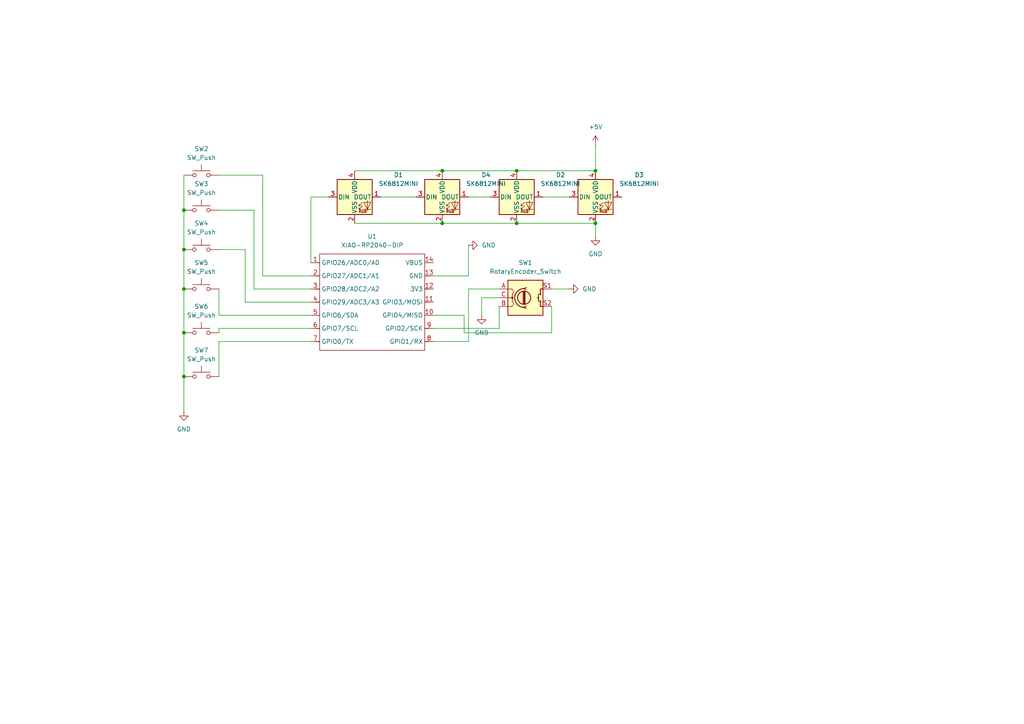
<source format=kicad_sch>
(kicad_sch (version 20250114) (generator "eeschema") (generator_version "9.0")
  (paper "A4")
  (lib_symbols
    (symbol "Device:RotaryEncoder_Switch" (pin_names (offset 0.254) (hide yes))
      (property "Reference" "SW" (at 0 6.604 0))
      (property "Value" "RotaryEncoder_Switch" (at 0 -6.604 0))
      (symbol "RotaryEncoder_Switch_0_1"
        (rectangle (start -5.08 5.08) (end 5.08 -5.08) (stroke (width 0.254)) (fill (type background)))
        (polyline (pts (xy -5.08 2.54) (xy -3.81 2.54) (xy -3.81 2.032)))
        (polyline (pts (xy -5.08 0) (xy -3.81 0) (xy -3.81 -1.016) (xy -3.302 -2.032)))
        (polyline (pts (xy -5.08 -2.54) (xy -3.81 -2.54) (xy -3.81 -2.032)))
        (polyline (pts (xy -4.318 0) (xy -3.81 0) (xy -3.81 1.016) (xy -3.302 2.032)))
        (circle (center -3.81 0) (radius 0.254) (fill (type outline)))
        (polyline (pts (xy -0.635 -1.778) (xy -0.635 1.778)) (stroke (width 0.254)))
        (circle (center -0.381 0) (radius 1.905) (stroke (width 0.254)))
        (polyline (pts (xy -0.381 -1.778) (xy -0.381 1.778)) (stroke (width 0.254)))
        (arc (start -0.381 -2.794) (mid -3.0988 -0.0635) (end -0.381 2.667) (stroke (width 0.254)))
        (polyline (pts (xy -0.127 1.778) (xy -0.127 -1.778)) (stroke (width 0.254)))
        (polyline (pts (xy 0.254 2.921) (xy -0.508 2.667) (xy 0.127 2.286)) (stroke (width 0.254)))
        (polyline (pts (xy 0.254 -3.048) (xy -0.508 -2.794) (xy 0.127 -2.413)) (stroke (width 0.254)))
        (polyline (pts (xy 3.81 1.016) (xy 3.81 -1.016)) (stroke (width 0.254)))
        (polyline (pts (xy 3.81 0) (xy 3.429 0)) (stroke (width 0.254)))
        (circle (center 4.318 1.016) (radius 0.127) (stroke (width 0.254)))
        (circle (center 4.318 -1.016) (radius 0.127) (stroke (width 0.254)))
        (polyline (pts (xy 5.08 2.54) (xy 4.318 2.54) (xy 4.318 1.016)) (stroke (width 0.254)))
        (polyline (pts (xy 5.08 -2.54) (xy 4.318 -2.54) (xy 4.318 -1.016)) (stroke (width 0.254)))
      )
      (symbol "RotaryEncoder_Switch_1_1"
        (pin passive line (at -7.62 2.54 0) (length 2.54) (name "A") (number "A"))
        (pin passive line (at -7.62 0 0) (length 2.54) (name "C") (number "C"))
        (pin passive line (at -7.62 -2.54 0) (length 2.54) (name "B") (number "B"))
        (pin passive line (at 7.62 2.54 180) (length 2.54) (name "S1") (number "S1"))
        (pin passive line (at 7.62 -2.54 180) (length 2.54) (name "S2") (number "S2"))
      )
    )
    (symbol "LED:SK6812MINI" (pin_names (offset 0.254))
      (property "Reference" "D" (at 5.08 5.715 0))
      (property "Value" "SK6812MINI" (at 1.27 -5.715 0))
      (symbol "SK6812MINI_0_0"
        (text "RGB" (at 2.286 -4.191 0) (effects (font (size 0.762 0.762))))
      )
      (symbol "SK6812MINI_0_1"
        (polyline (pts (xy 1.27 -2.54) (xy 1.778 -2.54)))
        (polyline (pts (xy 1.27 -3.556) (xy 1.778 -3.556)))
        (polyline (pts (xy 2.286 -1.524) (xy 1.27 -2.54) (xy 1.27 -2.032)))
        (polyline (pts (xy 2.286 -2.54) (xy 1.27 -3.556) (xy 1.27 -3.048)))
        (polyline (pts (xy 3.683 -1.016) (xy 3.683 -3.556) (xy 3.683 -4.064)))
        (polyline (pts (xy 4.699 -1.524) (xy 2.667 -1.524) (xy 3.683 -3.556) (xy 4.699 -1.524)))
        (polyline (pts (xy 4.699 -3.556) (xy 2.667 -3.556)))
        (rectangle (start 5.08 5.08) (end -5.08 -5.08) (stroke (width 0.254)) (fill (type background)))
      )
      (symbol "SK6812MINI_1_1"
        (pin input line (at -7.62 0 0) (length 2.54) (name "DIN") (number "3"))
        (pin power_in line (at 0 7.62 270) (length 2.54) (name "VDD") (number "4"))
        (pin power_in line (at 0 -7.62 90) (length 2.54) (name "VSS") (number "2"))
        (pin output line (at 7.62 0 180) (length 2.54) (name "DOUT") (number "1"))
      )
    )
    (symbol "OPL:XIAO-RP2040-DIP"
      (property "Reference" "U" (at 0 0 0))
      (property "Value" "XIAO-RP2040-DIP" (at 5.334 -1.778 0))
      (symbol "XIAO-RP2040-DIP_1_0"
        (polyline (pts (xy -1.27 -2.54) (xy 29.21 -2.54)) (stroke (width 0.1524)))
        (polyline (pts (xy -1.27 -5.08) (xy -2.54 -5.08)) (stroke (width 0.1524)))
        (polyline (pts (xy -1.27 -5.08) (xy -1.27 -2.54)) (stroke (width 0.1524)))
        (polyline (pts (xy -1.27 -8.89) (xy -2.54 -8.89)) (stroke (width 0.1524)))
        (polyline (pts (xy -1.27 -8.89) (xy -1.27 -5.08)) (stroke (width 0.1524)))
        (polyline (pts (xy -1.27 -12.7) (xy -2.54 -12.7)) (stroke (width 0.1524)))
        (polyline (pts (xy -1.27 -12.7) (xy -1.27 -8.89)) (stroke (width 0.1524)))
        (polyline (pts (xy -1.27 -16.51) (xy -2.54 -16.51)) (stroke (width 0.1524)))
        (polyline (pts (xy -1.27 -16.51) (xy -1.27 -12.7)) (stroke (width 0.1524)))
        (polyline (pts (xy -1.27 -20.32) (xy -2.54 -20.32)) (stroke (width 0.1524)))
        (polyline (pts (xy -1.27 -24.13) (xy -2.54 -24.13)) (stroke (width 0.1524)))
        (polyline (pts (xy -1.27 -27.94) (xy -2.54 -27.94)) (stroke (width 0.1524)))
        (polyline (pts (xy -1.27 -30.48) (xy -1.27 -16.51)) (stroke (width 0.1524)))
        (polyline (pts (xy 29.21 -2.54) (xy 29.21 -5.08)) (stroke (width 0.1524)))
        (polyline (pts (xy 29.21 -5.08) (xy 29.21 -8.89)) (stroke (width 0.1524)))
        (polyline (pts (xy 29.21 -8.89) (xy 29.21 -12.7)) (stroke (width 0.1524)))
        (polyline (pts (xy 29.21 -12.7) (xy 29.21 -30.48)) (stroke (width 0.1524)))
        (polyline (pts (xy 29.21 -30.48) (xy -1.27 -30.48)) (stroke (width 0.1524)))
        (polyline (pts (xy 30.48 -5.08) (xy 29.21 -5.08)) (stroke (width 0.1524)))
        (polyline (pts (xy 30.48 -8.89) (xy 29.21 -8.89)) (stroke (width 0.1524)))
        (polyline (pts (xy 30.48 -12.7) (xy 29.21 -12.7)) (stroke (width 0.1524)))
        (polyline (pts (xy 30.48 -16.51) (xy 29.21 -16.51)) (stroke (width 0.1524)))
        (polyline (pts (xy 30.48 -20.32) (xy 29.21 -20.32)) (stroke (width 0.1524)))
        (polyline (pts (xy 30.48 -24.13) (xy 29.21 -24.13)) (stroke (width 0.1524)))
        (polyline (pts (xy 30.48 -27.94) (xy 29.21 -27.94)) (stroke (width 0.1524)))
        (pin passive line (at -3.81 -5.08 0) (length 2.54) (name "GPIO26/ADC0/A0") (number "1"))
        (pin passive line (at -3.81 -8.89 0) (length 2.54) (name "GPIO27/ADC1/A1") (number "2"))
        (pin passive line (at -3.81 -12.7 0) (length 2.54) (name "GPIO28/ADC2/A2") (number "3"))
        (pin passive line (at -3.81 -16.51 0) (length 2.54) (name "GPIO29/ADC3/A3") (number "4"))
        (pin passive line (at -3.81 -20.32 0) (length 2.54) (name "GPIO6/SDA") (number "5"))
        (pin passive line (at -3.81 -24.13 0) (length 2.54) (name "GPIO7/SCL") (number "6"))
        (pin passive line (at -3.81 -27.94 0) (length 2.54) (name "GPIO0/TX") (number "7"))
        (pin passive line (at 31.75 -5.08 180) (length 2.54) (name "VBUS") (number "14"))
        (pin passive line (at 31.75 -8.89 180) (length 2.54) (name "GND") (number "13"))
        (pin passive line (at 31.75 -12.7 180) (length 2.54) (name "3V3") (number "12"))
        (pin passive line (at 31.75 -16.51 180) (length 2.54) (name "GPIO3/MOSI") (number "11"))
        (pin passive line (at 31.75 -20.32 180) (length 2.54) (name "GPIO4/MISO") (number "10"))
        (pin passive line (at 31.75 -24.13 180) (length 2.54) (name "GPIO2/SCK") (number "9"))
        (pin passive line (at 31.75 -27.94 180) (length 2.54) (name "GPIO1/RX") (number "8"))
      )
    )
    (symbol "Switch:SW_Push" (pin_numbers (hide yes)) (pin_names (offset 1.016) (hide yes))
      (property "Reference" "SW" (at 1.27 2.54 0))
      (property "Value" "SW_Push" (at 0 -1.524 0))
      (symbol "SW_Push_0_1"
        (circle (center -2.032 0) (radius 0.508))
        (polyline (pts (xy 0 1.27) (xy 0 3.048)))
        (circle (center 2.032 0) (radius 0.508))
        (polyline (pts (xy 2.54 1.27) (xy -2.54 1.27)))
        (pin passive line (at -5.08 0 0) (length 2.54) (name "1") (number "1"))
        (pin passive line (at 5.08 0 180) (length 2.54) (name "2") (number "2"))
      )
    )
    (symbol "power:+5V" (power) (pin_numbers (hide yes)) (pin_names (offset 0) (hide yes))
      (property "Value" "+5V" (at 0 3.556 0))
      (symbol "+5V_0_1"
        (polyline (pts (xy -0.762 1.27) (xy 0 2.54)))
        (polyline (pts (xy 0 2.54) (xy 0.762 1.27)))
        (polyline (pts (xy 0 0) (xy 0 2.54)))
      )
      (symbol "+5V_1_1"
        (pin power_in line (at 0 0 90) (length 0) (name "~") (number "1"))
      )
    )
    (symbol "power:GND" (power) (pin_numbers (hide yes)) (pin_names (offset 0) (hide yes))
      (property "Value" "GND" (at 0 -3.81 0))
      (symbol "GND_0_1"
        (polyline (pts (xy 0 0) (xy 0 -1.27) (xy 1.27 -1.27) (xy 0 -2.54) (xy -1.27 -1.27) (xy 0 -1.27)))
      )
      (symbol "GND_1_1"
        (pin power_in line (at 0 0 270) (length 0) (name "~") (number "1"))
      )
    )
  )
  (junction (at 128.27 64.77))
  (junction (at 53.34 60.96))
  (junction (at 53.34 72.39))
  (junction (at 172.72 49.53))
  (junction (at 172.72 64.77))
  (junction (at 53.34 96.52))
  (junction (at 128.27 49.53))
  (junction (at 149.86 49.53))
  (junction (at 149.86 64.77))
  (junction (at 53.34 83.82))
  (junction (at 53.34 109.22))
  (wire (pts (xy 63.5 95.25) (xy 63.5 96.52)))
  (wire (pts (xy 53.34 83.82) (xy 53.34 96.52)))
  (wire (pts (xy 53.34 72.39) (xy 53.34 83.82)))
  (wire (pts (xy 90.17 57.15) (xy 95.25 57.15)))
  (wire (pts (xy 90.17 99.06) (xy 63.5 99.06)))
  (wire (pts (xy 53.34 50.8) (xy 53.34 60.96)))
  (wire (pts (xy 53.34 60.96) (xy 53.34 72.39)))
  (wire (pts (xy 90.17 87.63) (xy 71.12 87.63)))
  (wire (pts (xy 90.17 91.44) (xy 63.5 91.44)))
  (wire (pts (xy 125.73 91.44) (xy 134.62 91.44)))
  (wire (pts (xy 135.89 83.82) (xy 144.78 83.82)))
  (wire (pts (xy 53.34 109.22) (xy 53.34 119.38)))
  (wire (pts (xy 172.72 41.91) (xy 172.72 49.53)))
  (wire (pts (xy 90.17 80.01) (xy 76.2 80.01)))
  (wire (pts (xy 110.49 57.15) (xy 120.65 57.15)))
  (wire (pts (xy 76.2 80.01) (xy 76.2 50.8)))
  (wire (pts (xy 135.89 57.15) (xy 142.24 57.15)))
  (wire (pts (xy 90.17 76.2) (xy 90.17 57.15)))
  (wire (pts (xy 157.48 57.15) (xy 165.1 57.15)))
  (wire (pts (xy 160.02 83.82) (xy 165.1 83.82)))
  (wire (pts (xy 134.62 96.52) (xy 160.02 96.52)))
  (wire (pts (xy 128.27 49.53) (xy 149.86 49.53)))
  (wire (pts (xy 160.02 96.52) (xy 160.02 88.9)))
  (wire (pts (xy 102.87 64.77) (xy 128.27 64.77)))
  (wire (pts (xy 76.2 50.8) (xy 63.5 50.8)))
  (wire (pts (xy 53.34 96.52) (xy 53.34 109.22)))
  (wire (pts (xy 90.17 95.25) (xy 63.5 95.25)))
  (wire (pts (xy 139.7 86.36) (xy 139.7 91.44)))
  (wire (pts (xy 172.72 64.77) (xy 172.72 68.58)))
  (wire (pts (xy 135.89 99.06) (xy 135.89 83.82)))
  (wire (pts (xy 125.73 95.25) (xy 144.78 95.25)))
  (wire (pts (xy 149.86 64.77) (xy 172.72 64.77)))
  (wire (pts (xy 144.78 95.25) (xy 144.78 88.9)))
  (wire (pts (xy 125.73 99.06) (xy 135.89 99.06)))
  (wire (pts (xy 90.17 83.82) (xy 73.66 83.82)))
  (wire (pts (xy 134.62 91.44) (xy 134.62 96.52)))
  (wire (pts (xy 63.5 99.06) (xy 63.5 109.22)))
  (wire (pts (xy 63.5 91.44) (xy 63.5 83.82)))
  (wire (pts (xy 128.27 64.77) (xy 149.86 64.77)))
  (wire (pts (xy 125.73 80.01) (xy 135.89 80.01)))
  (wire (pts (xy 73.66 83.82) (xy 73.66 60.96)))
  (wire (pts (xy 149.86 49.53) (xy 172.72 49.53)))
  (wire (pts (xy 135.89 80.01) (xy 135.89 71.12)))
  (wire (pts (xy 102.87 49.53) (xy 128.27 49.53)))
  (wire (pts (xy 71.12 87.63) (xy 71.12 72.39)))
  (wire (pts (xy 71.12 72.39) (xy 63.5 72.39)))
  (wire (pts (xy 73.66 60.96) (xy 63.5 60.96)))
  (wire (pts (xy 144.78 86.36) (xy 139.7 86.36)))
  (symbol (lib_id "Switch:SW_Push") (at 58.42 72.39 0) (unit 1)
    (property "Reference" "SW4" (at 58.42 64.77 0))
    (property "Value" "SW_Push" (at 58.42 67.31 0))
    (property "Footprint" "Button_Switch_Keyboard:SW_Cherry_MX_1.00u_PCB" (effects (hide yes)))
    (property "Description" "Push button switch, generic, two pins" (effects (hide yes)))
  )
  (symbol (lib_id "LED:SK6812MINI") (at 102.87 57.15 0) (unit 1)
    (property "Reference" "D1" (at 115.57 50.7298 0))
    (property "Value" "SK6812MINI" (at 115.57 53.2698 0))
    (property "Footprint" "LED_SMD:LED_SK6812MINI_PLCC4_3.5x3.5mm_P1.75mm" (effects (hide yes)))
    (property "Datasheet" "https://cdn-shop.adafruit.com/product-files/2686/SK6812MINI_REV.01-1-2.pdf" (effects (hide yes)))
    (property "Description" "RGB LED with integrated controller" (effects (hide yes)))
  )
  (symbol (lib_id "Device:RotaryEncoder_Switch") (at 152.4 86.36 0) (unit 1)
    (property "Reference" "SW1" (at 152.4 76.2 0))
    (property "Value" "RotaryEncoder_Switch" (at 152.4 78.74 0))
    (property "Footprint" "Rotary_Encoder:RotaryEncoder_Alps_EC11E-Switch_Vertical_H20mm" (effects (hide yes)))
    (property "Description" "Rotary encoder, dual channel, incremental quadrate outputs, with switch" (effects (hide yes)))
  )
  (symbol (lib_id "power:GND") (at 165.1 83.82 90) (unit 1)
    (property "Reference" "#PWR01" (effects (hide yes)))
    (property "Value" "GND" (at 168.91 83.8199 90) (effects (justify right)))
    (property "Description" "Power symbol creates a global label with name \"GND\" , ground" (effects (hide yes)))
  )
  (symbol (lib_id "Switch:SW_Push") (at 58.42 83.82 0) (unit 1)
    (property "Reference" "SW5" (at 58.42 76.2 0))
    (property "Value" "SW_Push" (at 58.42 78.74 0))
    (property "Footprint" "Button_Switch_Keyboard:SW_Cherry_MX_1.00u_PCB" (effects (hide yes)))
    (property "Description" "Push button switch, generic, two pins" (effects (hide yes)))
  )
  (symbol (lib_id "OPL:XIAO-RP2040-DIP") (at 93.98 71.12 0) (unit 1)
    (property "Reference" "U1" (at 107.95 68.58 0))
    (property "Value" "XIAO-RP2040-DIP" (at 107.95 71.12 0))
    (property "Footprint" "OPL:XIAO-RP2040-DIP" (effects (hide yes)))
  )
  (symbol (lib_id "Switch:SW_Push") (at 58.42 60.96 0) (unit 1)
    (property "Reference" "SW3" (at 58.42 53.34 0))
    (property "Value" "SW_Push" (at 58.42 55.88 0))
    (property "Footprint" "Button_Switch_Keyboard:SW_Cherry_MX_1.00u_PCB" (effects (hide yes)))
    (property "Description" "Push button switch, generic, two pins" (effects (hide yes)))
  )
  (symbol (lib_id "power:GND") (at 139.7 91.44 0) (unit 1)
    (property "Reference" "#PWR02" (effects (hide yes)))
    (property "Value" "GND" (at 139.7 96.52 0))
    (property "Description" "Power symbol creates a global label with name \"GND\" , ground" (effects (hide yes)))
  )
  (symbol (lib_id "power:GND") (at 172.72 68.58 0) (unit 1)
    (property "Reference" "#PWR06" (effects (hide yes)))
    (property "Value" "GND" (at 172.72 73.66 0))
    (property "Description" "Power symbol creates a global label with name \"GND\" , ground" (effects (hide yes)))
  )
  (symbol (lib_id "Switch:SW_Push") (at 58.42 109.22 0) (unit 1)
    (property "Reference" "SW7" (at 58.42 101.6 0))
    (property "Value" "SW_Push" (at 58.42 104.14 0))
    (property "Footprint" "Button_Switch_Keyboard:SW_Cherry_MX_1.00u_PCB" (effects (hide yes)))
    (property "Description" "Push button switch, generic, two pins" (effects (hide yes)))
  )
  (symbol (lib_id "Switch:SW_Push") (at 58.42 50.8 0) (unit 1)
    (property "Reference" "SW2" (at 58.42 43.18 0))
    (property "Value" "SW_Push" (at 58.42 45.72 0))
    (property "Footprint" "Button_Switch_Keyboard:SW_Cherry_MX_1.00u_PCB" (effects (hide yes)))
    (property "Description" "Push button switch, generic, two pins" (effects (hide yes)))
  )
  (symbol (lib_id "power:GND") (at 53.34 119.38 0) (unit 1)
    (property "Reference" "#PWR04" (effects (hide yes)))
    (property "Value" "GND" (at 53.34 124.46 0))
    (property "Description" "Power symbol creates a global label with name \"GND\" , ground" (effects (hide yes)))
  )
  (symbol (lib_id "LED:SK6812MINI") (at 128.27 57.15 0) (unit 1)
    (property "Reference" "D4" (at 140.97 50.7298 0))
    (property "Value" "SK6812MINI" (at 140.97 53.2698 0))
    (property "Footprint" "LED_SMD:LED_SK6812MINI_PLCC4_3.5x3.5mm_P1.75mm" (effects (hide yes)))
    (property "Datasheet" "https://cdn-shop.adafruit.com/product-files/2686/SK6812MINI_REV.01-1-2.pdf" (effects (hide yes)))
    (property "Description" "RGB LED with integrated controller" (effects (hide yes)))
  )
  (symbol (lib_id "power:GND") (at 135.89 71.12 90) (unit 1)
    (property "Reference" "#PWR03" (effects (hide yes)))
    (property "Value" "GND" (at 139.7 71.1199 90) (effects (justify right)))
    (property "Description" "Power symbol creates a global label with name \"GND\" , ground" (effects (hide yes)))
  )
  (symbol (lib_id "LED:SK6812MINI") (at 149.86 57.15 0) (unit 1)
    (property "Reference" "D2" (at 162.56 50.7298 0))
    (property "Value" "SK6812MINI" (at 162.56 53.2698 0))
    (property "Footprint" "LED_SMD:LED_SK6812MINI_PLCC4_3.5x3.5mm_P1.75mm" (effects (hide yes)))
    (property "Datasheet" "https://cdn-shop.adafruit.com/product-files/2686/SK6812MINI_REV.01-1-2.pdf" (effects (hide yes)))
    (property "Description" "RGB LED with integrated controller" (effects (hide yes)))
  )
  (symbol (lib_id "Switch:SW_Push") (at 58.42 96.52 0) (unit 1)
    (property "Reference" "SW6" (at 58.42 88.9 0))
    (property "Value" "SW_Push" (at 58.42 91.44 0))
    (property "Footprint" "Button_Switch_Keyboard:SW_Cherry_MX_1.00u_PCB" (effects (hide yes)))
    (property "Description" "Push button switch, generic, two pins" (effects (hide yes)))
  )
  (symbol (lib_id "power:+5V") (at 172.72 41.91 0) (unit 1)
    (property "Reference" "#PWR05" (effects (hide yes)))
    (property "Value" "+5V" (at 172.72 36.83 0))
    (property "Description" "Power symbol creates a global label with name \"+5V\"" (effects (hide yes)))
  )
  (symbol (lib_id "LED:SK6812MINI") (at 172.72 57.15 0) (unit 1)
    (property "Reference" "D3" (at 185.42 50.7298 0))
    (property "Value" "SK6812MINI" (at 185.42 53.2698 0))
    (property "Footprint" "LED_SMD:LED_SK6812MINI_PLCC4_3.5x3.5mm_P1.75mm" (effects (hide yes)))
    (property "Datasheet" "https://cdn-shop.adafruit.com/product-files/2686/SK6812MINI_REV.01-1-2.pdf" (effects (hide yes)))
    (property "Description" "RGB LED with integrated controller" (effects (hide yes)))
  )
)
</source>
